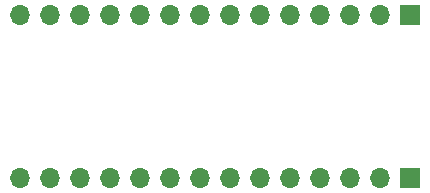
<source format=gbs>
G04 #@! TF.GenerationSoftware,KiCad,Pcbnew,(6.0.0)*
G04 #@! TF.CreationDate,2022-11-09T00:21:30-05:00*
G04 #@! TF.ProjectId,0603 display board,30363033-2064-4697-9370-6c617920626f,rev?*
G04 #@! TF.SameCoordinates,Original*
G04 #@! TF.FileFunction,Soldermask,Bot*
G04 #@! TF.FilePolarity,Negative*
%FSLAX46Y46*%
G04 Gerber Fmt 4.6, Leading zero omitted, Abs format (unit mm)*
G04 Created by KiCad (PCBNEW (6.0.0)) date 2022-11-09 00:21:30*
%MOMM*%
%LPD*%
G01*
G04 APERTURE LIST*
%ADD10R,1.700000X1.700000*%
%ADD11O,1.700000X1.700000*%
G04 APERTURE END LIST*
D10*
X166885000Y-98400000D03*
D11*
X164345000Y-98400000D03*
X161805000Y-98400000D03*
X159265000Y-98400000D03*
X156725000Y-98400000D03*
X154185000Y-98400000D03*
X151645000Y-98400000D03*
X149105000Y-98400000D03*
X146565000Y-98400000D03*
X144025000Y-98400000D03*
X141485000Y-98400000D03*
X138945000Y-98400000D03*
X136405000Y-98400000D03*
X133865000Y-98400000D03*
D10*
X166885000Y-84550000D03*
D11*
X164345000Y-84550000D03*
X161805000Y-84550000D03*
X159265000Y-84550000D03*
X156725000Y-84550000D03*
X154185000Y-84550000D03*
X151645000Y-84550000D03*
X149105000Y-84550000D03*
X146565000Y-84550000D03*
X144025000Y-84550000D03*
X141485000Y-84550000D03*
X138945000Y-84550000D03*
X136405000Y-84550000D03*
X133865000Y-84550000D03*
M02*

</source>
